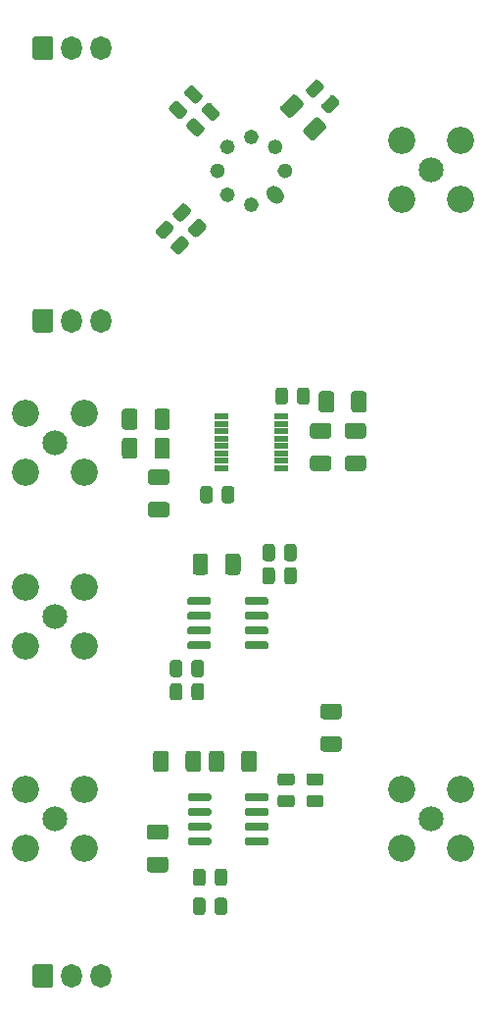
<source format=gts>
%TF.GenerationSoftware,KiCad,Pcbnew,(5.1.6-0-10_14)*%
%TF.CreationDate,2020-08-22T01:25:31+09:00*%
%TF.ProjectId,break,62726561-6b2e-46b6-9963-61645f706362,rev?*%
%TF.SameCoordinates,Original*%
%TF.FileFunction,Soldermask,Top*%
%TF.FilePolarity,Negative*%
%FSLAX46Y46*%
G04 Gerber Fmt 4.6, Leading zero omitted, Abs format (unit mm)*
G04 Created by KiCad (PCBNEW (5.1.6-0-10_14)) date 2020-08-22 01:25:31*
%MOMM*%
%LPD*%
G01*
G04 APERTURE LIST*
%ADD10C,2.350000*%
%ADD11C,2.150000*%
%ADD12R,1.300000X0.500000*%
%ADD13O,1.800000X2.050000*%
G04 APERTURE END LIST*
%TO.C,C1*%
G36*
G01*
X481250Y-141475000D02*
X-481250Y-141475000D01*
G75*
G02*
X-750000Y-141206250I0J268750D01*
G01*
X-750000Y-140668750D01*
G75*
G02*
X-481250Y-140400000I268750J0D01*
G01*
X481250Y-140400000D01*
G75*
G02*
X750000Y-140668750I0J-268750D01*
G01*
X750000Y-141206250D01*
G75*
G02*
X481250Y-141475000I-268750J0D01*
G01*
G37*
G36*
G01*
X481250Y-139600000D02*
X-481250Y-139600000D01*
G75*
G02*
X-750000Y-139331250I0J268750D01*
G01*
X-750000Y-138793750D01*
G75*
G02*
X-481250Y-138525000I268750J0D01*
G01*
X481250Y-138525000D01*
G75*
G02*
X750000Y-138793750I0J-268750D01*
G01*
X750000Y-139331250D01*
G75*
G02*
X481250Y-139600000I-268750J0D01*
G01*
G37*
%TD*%
%TO.C,C2*%
G36*
G01*
X2981250Y-139600000D02*
X2018750Y-139600000D01*
G75*
G02*
X1750000Y-139331250I0J268750D01*
G01*
X1750000Y-138793750D01*
G75*
G02*
X2018750Y-138525000I268750J0D01*
G01*
X2981250Y-138525000D01*
G75*
G02*
X3250000Y-138793750I0J-268750D01*
G01*
X3250000Y-139331250D01*
G75*
G02*
X2981250Y-139600000I-268750J0D01*
G01*
G37*
G36*
G01*
X2981250Y-141475000D02*
X2018750Y-141475000D01*
G75*
G02*
X1750000Y-141206250I0J268750D01*
G01*
X1750000Y-140668750D01*
G75*
G02*
X2018750Y-140400000I268750J0D01*
G01*
X2981250Y-140400000D01*
G75*
G02*
X3250000Y-140668750I0J-268750D01*
G01*
X3250000Y-141206250D01*
G75*
G02*
X2981250Y-141475000I-268750J0D01*
G01*
G37*
%TD*%
%TO.C,C3*%
G36*
G01*
X-6162500Y-147981250D02*
X-6162500Y-147018750D01*
G75*
G02*
X-5893750Y-146750000I268750J0D01*
G01*
X-5356250Y-146750000D01*
G75*
G02*
X-5087500Y-147018750I0J-268750D01*
G01*
X-5087500Y-147981250D01*
G75*
G02*
X-5356250Y-148250000I-268750J0D01*
G01*
X-5893750Y-148250000D01*
G75*
G02*
X-6162500Y-147981250I0J268750D01*
G01*
G37*
G36*
G01*
X-8037500Y-147981250D02*
X-8037500Y-147018750D01*
G75*
G02*
X-7768750Y-146750000I268750J0D01*
G01*
X-7231250Y-146750000D01*
G75*
G02*
X-6962500Y-147018750I0J-268750D01*
G01*
X-6962500Y-147981250D01*
G75*
G02*
X-7231250Y-148250000I-268750J0D01*
G01*
X-7768750Y-148250000D01*
G75*
G02*
X-8037500Y-147981250I0J268750D01*
G01*
G37*
%TD*%
%TO.C,C4*%
G36*
G01*
X-8037500Y-150481250D02*
X-8037500Y-149518750D01*
G75*
G02*
X-7768750Y-149250000I268750J0D01*
G01*
X-7231250Y-149250000D01*
G75*
G02*
X-6962500Y-149518750I0J-268750D01*
G01*
X-6962500Y-150481250D01*
G75*
G02*
X-7231250Y-150750000I-268750J0D01*
G01*
X-7768750Y-150750000D01*
G75*
G02*
X-8037500Y-150481250I0J268750D01*
G01*
G37*
G36*
G01*
X-6162500Y-150481250D02*
X-6162500Y-149518750D01*
G75*
G02*
X-5893750Y-149250000I268750J0D01*
G01*
X-5356250Y-149250000D01*
G75*
G02*
X-5087500Y-149518750I0J-268750D01*
G01*
X-5087500Y-150481250D01*
G75*
G02*
X-5356250Y-150750000I-268750J0D01*
G01*
X-5893750Y-150750000D01*
G75*
G02*
X-6162500Y-150481250I0J268750D01*
G01*
G37*
%TD*%
%TO.C,C5*%
G36*
G01*
X-10037500Y-129981250D02*
X-10037500Y-129018750D01*
G75*
G02*
X-9768750Y-128750000I268750J0D01*
G01*
X-9231250Y-128750000D01*
G75*
G02*
X-8962500Y-129018750I0J-268750D01*
G01*
X-8962500Y-129981250D01*
G75*
G02*
X-9231250Y-130250000I-268750J0D01*
G01*
X-9768750Y-130250000D01*
G75*
G02*
X-10037500Y-129981250I0J268750D01*
G01*
G37*
G36*
G01*
X-8162500Y-129981250D02*
X-8162500Y-129018750D01*
G75*
G02*
X-7893750Y-128750000I268750J0D01*
G01*
X-7356250Y-128750000D01*
G75*
G02*
X-7087500Y-129018750I0J-268750D01*
G01*
X-7087500Y-129981250D01*
G75*
G02*
X-7356250Y-130250000I-268750J0D01*
G01*
X-7893750Y-130250000D01*
G75*
G02*
X-8162500Y-129981250I0J268750D01*
G01*
G37*
%TD*%
%TO.C,C6*%
G36*
G01*
X-10037500Y-131981250D02*
X-10037500Y-131018750D01*
G75*
G02*
X-9768750Y-130750000I268750J0D01*
G01*
X-9231250Y-130750000D01*
G75*
G02*
X-8962500Y-131018750I0J-268750D01*
G01*
X-8962500Y-131981250D01*
G75*
G02*
X-9231250Y-132250000I-268750J0D01*
G01*
X-9768750Y-132250000D01*
G75*
G02*
X-10037500Y-131981250I0J268750D01*
G01*
G37*
G36*
G01*
X-8162500Y-131981250D02*
X-8162500Y-131018750D01*
G75*
G02*
X-7893750Y-130750000I268750J0D01*
G01*
X-7356250Y-130750000D01*
G75*
G02*
X-7087500Y-131018750I0J-268750D01*
G01*
X-7087500Y-131981250D01*
G75*
G02*
X-7356250Y-132250000I-268750J0D01*
G01*
X-7893750Y-132250000D01*
G75*
G02*
X-8162500Y-131981250I0J268750D01*
G01*
G37*
%TD*%
%TO.C,C7*%
G36*
G01*
X-2037500Y-121981250D02*
X-2037500Y-121018750D01*
G75*
G02*
X-1768750Y-120750000I268750J0D01*
G01*
X-1231250Y-120750000D01*
G75*
G02*
X-962500Y-121018750I0J-268750D01*
G01*
X-962500Y-121981250D01*
G75*
G02*
X-1231250Y-122250000I-268750J0D01*
G01*
X-1768750Y-122250000D01*
G75*
G02*
X-2037500Y-121981250I0J268750D01*
G01*
G37*
G36*
G01*
X-162500Y-121981250D02*
X-162500Y-121018750D01*
G75*
G02*
X106250Y-120750000I268750J0D01*
G01*
X643750Y-120750000D01*
G75*
G02*
X912500Y-121018750I0J-268750D01*
G01*
X912500Y-121981250D01*
G75*
G02*
X643750Y-122250000I-268750J0D01*
G01*
X106250Y-122250000D01*
G75*
G02*
X-162500Y-121981250I0J268750D01*
G01*
G37*
%TD*%
%TO.C,C8*%
G36*
G01*
X-162500Y-119981250D02*
X-162500Y-119018750D01*
G75*
G02*
X106250Y-118750000I268750J0D01*
G01*
X643750Y-118750000D01*
G75*
G02*
X912500Y-119018750I0J-268750D01*
G01*
X912500Y-119981250D01*
G75*
G02*
X643750Y-120250000I-268750J0D01*
G01*
X106250Y-120250000D01*
G75*
G02*
X-162500Y-119981250I0J268750D01*
G01*
G37*
G36*
G01*
X-2037500Y-119981250D02*
X-2037500Y-119018750D01*
G75*
G02*
X-1768750Y-118750000I268750J0D01*
G01*
X-1231250Y-118750000D01*
G75*
G02*
X-962500Y-119018750I0J-268750D01*
G01*
X-962500Y-119981250D01*
G75*
G02*
X-1231250Y-120250000I-268750J0D01*
G01*
X-1768750Y-120250000D01*
G75*
G02*
X-2037500Y-119981250I0J268750D01*
G01*
G37*
%TD*%
%TO.C,C9*%
G36*
G01*
X-6953809Y-91539775D02*
X-7634399Y-92220365D01*
G75*
G02*
X-8014469Y-92220365I-190035J190035D01*
G01*
X-8394539Y-91840295D01*
G75*
G02*
X-8394539Y-91460225I190035J190035D01*
G01*
X-7713949Y-90779635D01*
G75*
G02*
X-7333879Y-90779635I190035J-190035D01*
G01*
X-6953809Y-91159705D01*
G75*
G02*
X-6953809Y-91539775I-190035J-190035D01*
G01*
G37*
G36*
G01*
X-8279635Y-90213949D02*
X-8960225Y-90894539D01*
G75*
G02*
X-9340295Y-90894539I-190035J190035D01*
G01*
X-9720365Y-90514469D01*
G75*
G02*
X-9720365Y-90134399I190035J190035D01*
G01*
X-9039775Y-89453809D01*
G75*
G02*
X-8659705Y-89453809I190035J-190035D01*
G01*
X-8279635Y-89833879D01*
G75*
G02*
X-8279635Y-90213949I-190035J-190035D01*
G01*
G37*
%TD*%
%TO.C,C10*%
G36*
G01*
X-9779635Y-91713949D02*
X-10460225Y-92394539D01*
G75*
G02*
X-10840295Y-92394539I-190035J190035D01*
G01*
X-11220365Y-92014469D01*
G75*
G02*
X-11220365Y-91634399I190035J190035D01*
G01*
X-10539775Y-90953809D01*
G75*
G02*
X-10159705Y-90953809I190035J-190035D01*
G01*
X-9779635Y-91333879D01*
G75*
G02*
X-9779635Y-91713949I-190035J-190035D01*
G01*
G37*
G36*
G01*
X-8453809Y-93039775D02*
X-9134399Y-93720365D01*
G75*
G02*
X-9514469Y-93720365I-190035J190035D01*
G01*
X-9894539Y-93340295D01*
G75*
G02*
X-9894539Y-92960225I190035J190035D01*
G01*
X-9213949Y-92279635D01*
G75*
G02*
X-8833879Y-92279635I190035J-190035D01*
G01*
X-8453809Y-92659705D01*
G75*
G02*
X-8453809Y-93039775I-190035J-190035D01*
G01*
G37*
%TD*%
%TO.C,C11*%
G36*
G01*
X-6460225Y-80779635D02*
X-5779635Y-81460225D01*
G75*
G02*
X-5779635Y-81840295I-190035J-190035D01*
G01*
X-6159705Y-82220365D01*
G75*
G02*
X-6539775Y-82220365I-190035J190035D01*
G01*
X-7220365Y-81539775D01*
G75*
G02*
X-7220365Y-81159705I190035J190035D01*
G01*
X-6840295Y-80779635D01*
G75*
G02*
X-6460225Y-80779635I190035J-190035D01*
G01*
G37*
G36*
G01*
X-7786051Y-82105461D02*
X-7105461Y-82786051D01*
G75*
G02*
X-7105461Y-83166121I-190035J-190035D01*
G01*
X-7485531Y-83546191D01*
G75*
G02*
X-7865601Y-83546191I-190035J190035D01*
G01*
X-8546191Y-82865601D01*
G75*
G02*
X-8546191Y-82485531I190035J190035D01*
G01*
X-8166121Y-82105461D01*
G75*
G02*
X-7786051Y-82105461I190035J-190035D01*
G01*
G37*
%TD*%
%TO.C,C12*%
G36*
G01*
X3105461Y-80786051D02*
X3786051Y-80105461D01*
G75*
G02*
X4166121Y-80105461I190035J-190035D01*
G01*
X4546191Y-80485531D01*
G75*
G02*
X4546191Y-80865601I-190035J-190035D01*
G01*
X3865601Y-81546191D01*
G75*
G02*
X3485531Y-81546191I-190035J190035D01*
G01*
X3105461Y-81166121D01*
G75*
G02*
X3105461Y-80786051I190035J190035D01*
G01*
G37*
G36*
G01*
X1779635Y-79460225D02*
X2460225Y-78779635D01*
G75*
G02*
X2840295Y-78779635I190035J-190035D01*
G01*
X3220365Y-79159705D01*
G75*
G02*
X3220365Y-79539775I-190035J-190035D01*
G01*
X2539775Y-80220365D01*
G75*
G02*
X2159705Y-80220365I-190035J190035D01*
G01*
X1779635Y-79840295D01*
G75*
G02*
X1779635Y-79460225I190035J190035D01*
G01*
G37*
%TD*%
%TO.C,C13*%
G36*
G01*
X-9286051Y-80605461D02*
X-8605461Y-81286051D01*
G75*
G02*
X-8605461Y-81666121I-190035J-190035D01*
G01*
X-8985531Y-82046191D01*
G75*
G02*
X-9365601Y-82046191I-190035J190035D01*
G01*
X-10046191Y-81365601D01*
G75*
G02*
X-10046191Y-80985531I190035J190035D01*
G01*
X-9666121Y-80605461D01*
G75*
G02*
X-9286051Y-80605461I190035J-190035D01*
G01*
G37*
G36*
G01*
X-7960225Y-79279635D02*
X-7279635Y-79960225D01*
G75*
G02*
X-7279635Y-80340295I-190035J-190035D01*
G01*
X-7659705Y-80720365D01*
G75*
G02*
X-8039775Y-80720365I-190035J190035D01*
G01*
X-8720365Y-80039775D01*
G75*
G02*
X-8720365Y-79659705I190035J190035D01*
G01*
X-8340295Y-79279635D01*
G75*
G02*
X-7960225Y-79279635I190035J-190035D01*
G01*
G37*
%TD*%
%TO.C,C14*%
G36*
G01*
X-5537500Y-114981250D02*
X-5537500Y-114018750D01*
G75*
G02*
X-5268750Y-113750000I268750J0D01*
G01*
X-4731250Y-113750000D01*
G75*
G02*
X-4462500Y-114018750I0J-268750D01*
G01*
X-4462500Y-114981250D01*
G75*
G02*
X-4731250Y-115250000I-268750J0D01*
G01*
X-5268750Y-115250000D01*
G75*
G02*
X-5537500Y-114981250I0J268750D01*
G01*
G37*
G36*
G01*
X-7412500Y-114981250D02*
X-7412500Y-114018750D01*
G75*
G02*
X-7143750Y-113750000I268750J0D01*
G01*
X-6606250Y-113750000D01*
G75*
G02*
X-6337500Y-114018750I0J-268750D01*
G01*
X-6337500Y-114981250D01*
G75*
G02*
X-6606250Y-115250000I-268750J0D01*
G01*
X-7143750Y-115250000D01*
G75*
G02*
X-7412500Y-114981250I0J268750D01*
G01*
G37*
%TD*%
%TO.C,C15*%
G36*
G01*
X-912500Y-106481250D02*
X-912500Y-105518750D01*
G75*
G02*
X-643750Y-105250000I268750J0D01*
G01*
X-106250Y-105250000D01*
G75*
G02*
X162500Y-105518750I0J-268750D01*
G01*
X162500Y-106481250D01*
G75*
G02*
X-106250Y-106750000I-268750J0D01*
G01*
X-643750Y-106750000D01*
G75*
G02*
X-912500Y-106481250I0J268750D01*
G01*
G37*
G36*
G01*
X962500Y-106481250D02*
X962500Y-105518750D01*
G75*
G02*
X1231250Y-105250000I268750J0D01*
G01*
X1768750Y-105250000D01*
G75*
G02*
X2037500Y-105518750I0J-268750D01*
G01*
X2037500Y-106481250D01*
G75*
G02*
X1768750Y-106750000I-268750J0D01*
G01*
X1231250Y-106750000D01*
G75*
G02*
X962500Y-106481250I0J268750D01*
G01*
G37*
%TD*%
D10*
%TO.C,J1*%
X-22540000Y-145040000D03*
X-22540000Y-139960000D03*
X-17460000Y-139960000D03*
X-17460000Y-145040000D03*
D11*
X-20000000Y-142500000D03*
%TD*%
%TO.C,J2*%
X12500000Y-142500000D03*
D10*
X15040000Y-145040000D03*
X15040000Y-139960000D03*
X9960000Y-139960000D03*
X9960000Y-145040000D03*
%TD*%
D11*
%TO.C,J3*%
X-20000000Y-125000000D03*
D10*
X-17460000Y-127540000D03*
X-17460000Y-122460000D03*
X-22540000Y-122460000D03*
X-22540000Y-127540000D03*
%TD*%
%TO.C,J4*%
X9960000Y-89040000D03*
X9960000Y-83960000D03*
X15040000Y-83960000D03*
X15040000Y-89040000D03*
D11*
X12500000Y-86500000D03*
%TD*%
%TO.C,J5*%
X-20000000Y-110000000D03*
D10*
X-17460000Y-112540000D03*
X-17460000Y-107460000D03*
X-22540000Y-107460000D03*
X-22540000Y-112540000D03*
%TD*%
%TO.C,R1*%
G36*
G01*
X-11755000Y-142925000D02*
X-10445000Y-142925000D01*
G75*
G02*
X-10175000Y-143195000I0J-270000D01*
G01*
X-10175000Y-144005000D01*
G75*
G02*
X-10445000Y-144275000I-270000J0D01*
G01*
X-11755000Y-144275000D01*
G75*
G02*
X-12025000Y-144005000I0J270000D01*
G01*
X-12025000Y-143195000D01*
G75*
G02*
X-11755000Y-142925000I270000J0D01*
G01*
G37*
G36*
G01*
X-11755000Y-145725000D02*
X-10445000Y-145725000D01*
G75*
G02*
X-10175000Y-145995000I0J-270000D01*
G01*
X-10175000Y-146805000D01*
G75*
G02*
X-10445000Y-147075000I-270000J0D01*
G01*
X-11755000Y-147075000D01*
G75*
G02*
X-12025000Y-146805000I0J270000D01*
G01*
X-12025000Y-145995000D01*
G75*
G02*
X-11755000Y-145725000I270000J0D01*
G01*
G37*
%TD*%
%TO.C,R2*%
G36*
G01*
X-5325000Y-136845000D02*
X-5325000Y-138155000D01*
G75*
G02*
X-5595000Y-138425000I-270000J0D01*
G01*
X-6405000Y-138425000D01*
G75*
G02*
X-6675000Y-138155000I0J270000D01*
G01*
X-6675000Y-136845000D01*
G75*
G02*
X-6405000Y-136575000I270000J0D01*
G01*
X-5595000Y-136575000D01*
G75*
G02*
X-5325000Y-136845000I0J-270000D01*
G01*
G37*
G36*
G01*
X-2525000Y-136845000D02*
X-2525000Y-138155000D01*
G75*
G02*
X-2795000Y-138425000I-270000J0D01*
G01*
X-3605000Y-138425000D01*
G75*
G02*
X-3875000Y-138155000I0J270000D01*
G01*
X-3875000Y-136845000D01*
G75*
G02*
X-3605000Y-136575000I270000J0D01*
G01*
X-2795000Y-136575000D01*
G75*
G02*
X-2525000Y-136845000I0J-270000D01*
G01*
G37*
%TD*%
%TO.C,R3*%
G36*
G01*
X-7325000Y-136845000D02*
X-7325000Y-138155000D01*
G75*
G02*
X-7595000Y-138425000I-270000J0D01*
G01*
X-8405000Y-138425000D01*
G75*
G02*
X-8675000Y-138155000I0J270000D01*
G01*
X-8675000Y-136845000D01*
G75*
G02*
X-8405000Y-136575000I270000J0D01*
G01*
X-7595000Y-136575000D01*
G75*
G02*
X-7325000Y-136845000I0J-270000D01*
G01*
G37*
G36*
G01*
X-10125000Y-136845000D02*
X-10125000Y-138155000D01*
G75*
G02*
X-10395000Y-138425000I-270000J0D01*
G01*
X-11205000Y-138425000D01*
G75*
G02*
X-11475000Y-138155000I0J270000D01*
G01*
X-11475000Y-136845000D01*
G75*
G02*
X-11205000Y-136575000I270000J0D01*
G01*
X-10395000Y-136575000D01*
G75*
G02*
X-10125000Y-136845000I0J-270000D01*
G01*
G37*
%TD*%
%TO.C,R4*%
G36*
G01*
X3245000Y-135325000D02*
X4555000Y-135325000D01*
G75*
G02*
X4825000Y-135595000I0J-270000D01*
G01*
X4825000Y-136405000D01*
G75*
G02*
X4555000Y-136675000I-270000J0D01*
G01*
X3245000Y-136675000D01*
G75*
G02*
X2975000Y-136405000I0J270000D01*
G01*
X2975000Y-135595000D01*
G75*
G02*
X3245000Y-135325000I270000J0D01*
G01*
G37*
G36*
G01*
X3245000Y-132525000D02*
X4555000Y-132525000D01*
G75*
G02*
X4825000Y-132795000I0J-270000D01*
G01*
X4825000Y-133605000D01*
G75*
G02*
X4555000Y-133875000I-270000J0D01*
G01*
X3245000Y-133875000D01*
G75*
G02*
X2975000Y-133605000I0J270000D01*
G01*
X2975000Y-132795000D01*
G75*
G02*
X3245000Y-132525000I270000J0D01*
G01*
G37*
%TD*%
%TO.C,R5*%
G36*
G01*
X-5275000Y-121155000D02*
X-5275000Y-119845000D01*
G75*
G02*
X-5005000Y-119575000I270000J0D01*
G01*
X-4195000Y-119575000D01*
G75*
G02*
X-3925000Y-119845000I0J-270000D01*
G01*
X-3925000Y-121155000D01*
G75*
G02*
X-4195000Y-121425000I-270000J0D01*
G01*
X-5005000Y-121425000D01*
G75*
G02*
X-5275000Y-121155000I0J270000D01*
G01*
G37*
G36*
G01*
X-8075000Y-121155000D02*
X-8075000Y-119845000D01*
G75*
G02*
X-7805000Y-119575000I270000J0D01*
G01*
X-6995000Y-119575000D01*
G75*
G02*
X-6725000Y-119845000I0J-270000D01*
G01*
X-6725000Y-121155000D01*
G75*
G02*
X-6995000Y-121425000I-270000J0D01*
G01*
X-7805000Y-121425000D01*
G75*
G02*
X-8075000Y-121155000I0J270000D01*
G01*
G37*
%TD*%
%TO.C,R6*%
G36*
G01*
X-440452Y-80975807D02*
X485858Y-80049497D01*
G75*
G02*
X867696Y-80049497I190919J-190919D01*
G01*
X1440452Y-80622253D01*
G75*
G02*
X1440452Y-81004091I-190919J-190919D01*
G01*
X514142Y-81930401D01*
G75*
G02*
X132304Y-81930401I-190919J190919D01*
G01*
X-440452Y-81357645D01*
G75*
G02*
X-440452Y-80975807I190919J190919D01*
G01*
G37*
G36*
G01*
X1539446Y-82955705D02*
X2465756Y-82029395D01*
G75*
G02*
X2847594Y-82029395I190919J-190919D01*
G01*
X3420350Y-82602151D01*
G75*
G02*
X3420350Y-82983989I-190919J-190919D01*
G01*
X2494040Y-83910299D01*
G75*
G02*
X2112202Y-83910299I-190919J190919D01*
G01*
X1539446Y-83337543D01*
G75*
G02*
X1539446Y-82955705I190919J190919D01*
G01*
G37*
%TD*%
%TO.C,R7*%
G36*
G01*
X6655000Y-112475000D02*
X5345000Y-112475000D01*
G75*
G02*
X5075000Y-112205000I0J270000D01*
G01*
X5075000Y-111395000D01*
G75*
G02*
X5345000Y-111125000I270000J0D01*
G01*
X6655000Y-111125000D01*
G75*
G02*
X6925000Y-111395000I0J-270000D01*
G01*
X6925000Y-112205000D01*
G75*
G02*
X6655000Y-112475000I-270000J0D01*
G01*
G37*
G36*
G01*
X6655000Y-109675000D02*
X5345000Y-109675000D01*
G75*
G02*
X5075000Y-109405000I0J270000D01*
G01*
X5075000Y-108595000D01*
G75*
G02*
X5345000Y-108325000I270000J0D01*
G01*
X6655000Y-108325000D01*
G75*
G02*
X6925000Y-108595000I0J-270000D01*
G01*
X6925000Y-109405000D01*
G75*
G02*
X6655000Y-109675000I-270000J0D01*
G01*
G37*
%TD*%
%TO.C,R8*%
G36*
G01*
X2825000Y-107155000D02*
X2825000Y-105845000D01*
G75*
G02*
X3095000Y-105575000I270000J0D01*
G01*
X3905000Y-105575000D01*
G75*
G02*
X4175000Y-105845000I0J-270000D01*
G01*
X4175000Y-107155000D01*
G75*
G02*
X3905000Y-107425000I-270000J0D01*
G01*
X3095000Y-107425000D01*
G75*
G02*
X2825000Y-107155000I0J270000D01*
G01*
G37*
G36*
G01*
X5625000Y-107155000D02*
X5625000Y-105845000D01*
G75*
G02*
X5895000Y-105575000I270000J0D01*
G01*
X6705000Y-105575000D01*
G75*
G02*
X6975000Y-105845000I0J-270000D01*
G01*
X6975000Y-107155000D01*
G75*
G02*
X6705000Y-107425000I-270000J0D01*
G01*
X5895000Y-107425000D01*
G75*
G02*
X5625000Y-107155000I0J270000D01*
G01*
G37*
%TD*%
%TO.C,R9*%
G36*
G01*
X2345000Y-111125000D02*
X3655000Y-111125000D01*
G75*
G02*
X3925000Y-111395000I0J-270000D01*
G01*
X3925000Y-112205000D01*
G75*
G02*
X3655000Y-112475000I-270000J0D01*
G01*
X2345000Y-112475000D01*
G75*
G02*
X2075000Y-112205000I0J270000D01*
G01*
X2075000Y-111395000D01*
G75*
G02*
X2345000Y-111125000I270000J0D01*
G01*
G37*
G36*
G01*
X2345000Y-108325000D02*
X3655000Y-108325000D01*
G75*
G02*
X3925000Y-108595000I0J-270000D01*
G01*
X3925000Y-109405000D01*
G75*
G02*
X3655000Y-109675000I-270000J0D01*
G01*
X2345000Y-109675000D01*
G75*
G02*
X2075000Y-109405000I0J270000D01*
G01*
X2075000Y-108595000D01*
G75*
G02*
X2345000Y-108325000I270000J0D01*
G01*
G37*
%TD*%
%TO.C,R10*%
G36*
G01*
X-11375000Y-111155000D02*
X-11375000Y-109845000D01*
G75*
G02*
X-11105000Y-109575000I270000J0D01*
G01*
X-10295000Y-109575000D01*
G75*
G02*
X-10025000Y-109845000I0J-270000D01*
G01*
X-10025000Y-111155000D01*
G75*
G02*
X-10295000Y-111425000I-270000J0D01*
G01*
X-11105000Y-111425000D01*
G75*
G02*
X-11375000Y-111155000I0J270000D01*
G01*
G37*
G36*
G01*
X-14175000Y-111155000D02*
X-14175000Y-109845000D01*
G75*
G02*
X-13905000Y-109575000I270000J0D01*
G01*
X-13095000Y-109575000D01*
G75*
G02*
X-12825000Y-109845000I0J-270000D01*
G01*
X-12825000Y-111155000D01*
G75*
G02*
X-13095000Y-111425000I-270000J0D01*
G01*
X-13905000Y-111425000D01*
G75*
G02*
X-14175000Y-111155000I0J270000D01*
G01*
G37*
%TD*%
%TO.C,R11*%
G36*
G01*
X-10345000Y-113675000D02*
X-11655000Y-113675000D01*
G75*
G02*
X-11925000Y-113405000I0J270000D01*
G01*
X-11925000Y-112595000D01*
G75*
G02*
X-11655000Y-112325000I270000J0D01*
G01*
X-10345000Y-112325000D01*
G75*
G02*
X-10075000Y-112595000I0J-270000D01*
G01*
X-10075000Y-113405000D01*
G75*
G02*
X-10345000Y-113675000I-270000J0D01*
G01*
G37*
G36*
G01*
X-10345000Y-116475000D02*
X-11655000Y-116475000D01*
G75*
G02*
X-11925000Y-116205000I0J270000D01*
G01*
X-11925000Y-115395000D01*
G75*
G02*
X-11655000Y-115125000I270000J0D01*
G01*
X-10345000Y-115125000D01*
G75*
G02*
X-10075000Y-115395000I0J-270000D01*
G01*
X-10075000Y-116205000D01*
G75*
G02*
X-10345000Y-116475000I-270000J0D01*
G01*
G37*
%TD*%
%TO.C,R12*%
G36*
G01*
X-14175000Y-108655000D02*
X-14175000Y-107345000D01*
G75*
G02*
X-13905000Y-107075000I270000J0D01*
G01*
X-13095000Y-107075000D01*
G75*
G02*
X-12825000Y-107345000I0J-270000D01*
G01*
X-12825000Y-108655000D01*
G75*
G02*
X-13095000Y-108925000I-270000J0D01*
G01*
X-13905000Y-108925000D01*
G75*
G02*
X-14175000Y-108655000I0J270000D01*
G01*
G37*
G36*
G01*
X-11375000Y-108655000D02*
X-11375000Y-107345000D01*
G75*
G02*
X-11105000Y-107075000I270000J0D01*
G01*
X-10295000Y-107075000D01*
G75*
G02*
X-10025000Y-107345000I0J-270000D01*
G01*
X-10025000Y-108655000D01*
G75*
G02*
X-10295000Y-108925000I-270000J0D01*
G01*
X-11105000Y-108925000D01*
G75*
G02*
X-11375000Y-108655000I0J270000D01*
G01*
G37*
%TD*%
%TO.C,U1*%
G36*
G01*
X-3550000Y-140770000D02*
X-3550000Y-140420000D01*
G75*
G02*
X-3375000Y-140245000I175000J0D01*
G01*
X-1675000Y-140245000D01*
G75*
G02*
X-1500000Y-140420000I0J-175000D01*
G01*
X-1500000Y-140770000D01*
G75*
G02*
X-1675000Y-140945000I-175000J0D01*
G01*
X-3375000Y-140945000D01*
G75*
G02*
X-3550000Y-140770000I0J175000D01*
G01*
G37*
G36*
G01*
X-3550000Y-142040000D02*
X-3550000Y-141690000D01*
G75*
G02*
X-3375000Y-141515000I175000J0D01*
G01*
X-1675000Y-141515000D01*
G75*
G02*
X-1500000Y-141690000I0J-175000D01*
G01*
X-1500000Y-142040000D01*
G75*
G02*
X-1675000Y-142215000I-175000J0D01*
G01*
X-3375000Y-142215000D01*
G75*
G02*
X-3550000Y-142040000I0J175000D01*
G01*
G37*
G36*
G01*
X-3550000Y-143310000D02*
X-3550000Y-142960000D01*
G75*
G02*
X-3375000Y-142785000I175000J0D01*
G01*
X-1675000Y-142785000D01*
G75*
G02*
X-1500000Y-142960000I0J-175000D01*
G01*
X-1500000Y-143310000D01*
G75*
G02*
X-1675000Y-143485000I-175000J0D01*
G01*
X-3375000Y-143485000D01*
G75*
G02*
X-3550000Y-143310000I0J175000D01*
G01*
G37*
G36*
G01*
X-3550000Y-144580000D02*
X-3550000Y-144230000D01*
G75*
G02*
X-3375000Y-144055000I175000J0D01*
G01*
X-1675000Y-144055000D01*
G75*
G02*
X-1500000Y-144230000I0J-175000D01*
G01*
X-1500000Y-144580000D01*
G75*
G02*
X-1675000Y-144755000I-175000J0D01*
G01*
X-3375000Y-144755000D01*
G75*
G02*
X-3550000Y-144580000I0J175000D01*
G01*
G37*
G36*
G01*
X-8500000Y-144580000D02*
X-8500000Y-144230000D01*
G75*
G02*
X-8325000Y-144055000I175000J0D01*
G01*
X-6625000Y-144055000D01*
G75*
G02*
X-6450000Y-144230000I0J-175000D01*
G01*
X-6450000Y-144580000D01*
G75*
G02*
X-6625000Y-144755000I-175000J0D01*
G01*
X-8325000Y-144755000D01*
G75*
G02*
X-8500000Y-144580000I0J175000D01*
G01*
G37*
G36*
G01*
X-8500000Y-143310000D02*
X-8500000Y-142960000D01*
G75*
G02*
X-8325000Y-142785000I175000J0D01*
G01*
X-6625000Y-142785000D01*
G75*
G02*
X-6450000Y-142960000I0J-175000D01*
G01*
X-6450000Y-143310000D01*
G75*
G02*
X-6625000Y-143485000I-175000J0D01*
G01*
X-8325000Y-143485000D01*
G75*
G02*
X-8500000Y-143310000I0J175000D01*
G01*
G37*
G36*
G01*
X-8500000Y-142040000D02*
X-8500000Y-141690000D01*
G75*
G02*
X-8325000Y-141515000I175000J0D01*
G01*
X-6625000Y-141515000D01*
G75*
G02*
X-6450000Y-141690000I0J-175000D01*
G01*
X-6450000Y-142040000D01*
G75*
G02*
X-6625000Y-142215000I-175000J0D01*
G01*
X-8325000Y-142215000D01*
G75*
G02*
X-8500000Y-142040000I0J175000D01*
G01*
G37*
G36*
G01*
X-8500000Y-140770000D02*
X-8500000Y-140420000D01*
G75*
G02*
X-8325000Y-140245000I175000J0D01*
G01*
X-6625000Y-140245000D01*
G75*
G02*
X-6450000Y-140420000I0J-175000D01*
G01*
X-6450000Y-140770000D01*
G75*
G02*
X-6625000Y-140945000I-175000J0D01*
G01*
X-8325000Y-140945000D01*
G75*
G02*
X-8500000Y-140770000I0J175000D01*
G01*
G37*
%TD*%
%TO.C,U2*%
G36*
G01*
X-1525000Y-127325000D02*
X-1525000Y-127675000D01*
G75*
G02*
X-1700000Y-127850000I-175000J0D01*
G01*
X-3400000Y-127850000D01*
G75*
G02*
X-3575000Y-127675000I0J175000D01*
G01*
X-3575000Y-127325000D01*
G75*
G02*
X-3400000Y-127150000I175000J0D01*
G01*
X-1700000Y-127150000D01*
G75*
G02*
X-1525000Y-127325000I0J-175000D01*
G01*
G37*
G36*
G01*
X-1525000Y-126055000D02*
X-1525000Y-126405000D01*
G75*
G02*
X-1700000Y-126580000I-175000J0D01*
G01*
X-3400000Y-126580000D01*
G75*
G02*
X-3575000Y-126405000I0J175000D01*
G01*
X-3575000Y-126055000D01*
G75*
G02*
X-3400000Y-125880000I175000J0D01*
G01*
X-1700000Y-125880000D01*
G75*
G02*
X-1525000Y-126055000I0J-175000D01*
G01*
G37*
G36*
G01*
X-1525000Y-124785000D02*
X-1525000Y-125135000D01*
G75*
G02*
X-1700000Y-125310000I-175000J0D01*
G01*
X-3400000Y-125310000D01*
G75*
G02*
X-3575000Y-125135000I0J175000D01*
G01*
X-3575000Y-124785000D01*
G75*
G02*
X-3400000Y-124610000I175000J0D01*
G01*
X-1700000Y-124610000D01*
G75*
G02*
X-1525000Y-124785000I0J-175000D01*
G01*
G37*
G36*
G01*
X-1525000Y-123515000D02*
X-1525000Y-123865000D01*
G75*
G02*
X-1700000Y-124040000I-175000J0D01*
G01*
X-3400000Y-124040000D01*
G75*
G02*
X-3575000Y-123865000I0J175000D01*
G01*
X-3575000Y-123515000D01*
G75*
G02*
X-3400000Y-123340000I175000J0D01*
G01*
X-1700000Y-123340000D01*
G75*
G02*
X-1525000Y-123515000I0J-175000D01*
G01*
G37*
G36*
G01*
X-6475000Y-123515000D02*
X-6475000Y-123865000D01*
G75*
G02*
X-6650000Y-124040000I-175000J0D01*
G01*
X-8350000Y-124040000D01*
G75*
G02*
X-8525000Y-123865000I0J175000D01*
G01*
X-8525000Y-123515000D01*
G75*
G02*
X-8350000Y-123340000I175000J0D01*
G01*
X-6650000Y-123340000D01*
G75*
G02*
X-6475000Y-123515000I0J-175000D01*
G01*
G37*
G36*
G01*
X-6475000Y-124785000D02*
X-6475000Y-125135000D01*
G75*
G02*
X-6650000Y-125310000I-175000J0D01*
G01*
X-8350000Y-125310000D01*
G75*
G02*
X-8525000Y-125135000I0J175000D01*
G01*
X-8525000Y-124785000D01*
G75*
G02*
X-8350000Y-124610000I175000J0D01*
G01*
X-6650000Y-124610000D01*
G75*
G02*
X-6475000Y-124785000I0J-175000D01*
G01*
G37*
G36*
G01*
X-6475000Y-126055000D02*
X-6475000Y-126405000D01*
G75*
G02*
X-6650000Y-126580000I-175000J0D01*
G01*
X-8350000Y-126580000D01*
G75*
G02*
X-8525000Y-126405000I0J175000D01*
G01*
X-8525000Y-126055000D01*
G75*
G02*
X-8350000Y-125880000I175000J0D01*
G01*
X-6650000Y-125880000D01*
G75*
G02*
X-6475000Y-126055000I0J-175000D01*
G01*
G37*
G36*
G01*
X-6475000Y-127325000D02*
X-6475000Y-127675000D01*
G75*
G02*
X-6650000Y-127850000I-175000J0D01*
G01*
X-8350000Y-127850000D01*
G75*
G02*
X-8525000Y-127675000I0J175000D01*
G01*
X-8525000Y-127325000D01*
G75*
G02*
X-8350000Y-127150000I175000J0D01*
G01*
X-6650000Y-127150000D01*
G75*
G02*
X-6475000Y-127325000I0J-175000D01*
G01*
G37*
%TD*%
%TO.C,U3*%
G36*
G01*
X-334207Y-89245793D02*
X-334208Y-89245792D01*
G75*
G02*
X-1253446Y-89245792I-459619J459619D01*
G01*
X-1536288Y-88962950D01*
G75*
G02*
X-1536288Y-88043712I459619J459619D01*
G01*
X-1536288Y-88043712D01*
G75*
G02*
X-617050Y-88043712I459619J-459619D01*
G01*
X-334208Y-88326554D01*
G75*
G02*
X-334208Y-89245792I-459619J-459619D01*
G01*
G37*
G36*
G01*
X379619Y-87039619D02*
X379619Y-87039619D01*
G75*
G02*
X-539619Y-87039619I-459619J459619D01*
G01*
X-539619Y-87039619D01*
G75*
G02*
X-539619Y-86120381I459619J459619D01*
G01*
X-539619Y-86120381D01*
G75*
G02*
X379619Y-86120381I459619J-459619D01*
G01*
X379619Y-86120381D01*
G75*
G02*
X379619Y-87039619I-459619J-459619D01*
G01*
G37*
G36*
G01*
X-475629Y-84974867D02*
X-475629Y-84974867D01*
G75*
G02*
X-1394867Y-84974867I-459619J459619D01*
G01*
X-1394867Y-84974867D01*
G75*
G02*
X-1394867Y-84055629I459619J459619D01*
G01*
X-1394867Y-84055629D01*
G75*
G02*
X-475629Y-84055629I459619J-459619D01*
G01*
X-475629Y-84055629D01*
G75*
G02*
X-475629Y-84974867I-459619J-459619D01*
G01*
G37*
G36*
G01*
X-2540381Y-84119619D02*
X-2540381Y-84119619D01*
G75*
G02*
X-3459619Y-84119619I-459619J459619D01*
G01*
X-3459619Y-84119619D01*
G75*
G02*
X-3459619Y-83200381I459619J459619D01*
G01*
X-3459619Y-83200381D01*
G75*
G02*
X-2540381Y-83200381I459619J-459619D01*
G01*
X-2540381Y-83200381D01*
G75*
G02*
X-2540381Y-84119619I-459619J-459619D01*
G01*
G37*
G36*
G01*
X-4605133Y-84974867D02*
X-4605133Y-84974867D01*
G75*
G02*
X-5524371Y-84974867I-459619J459619D01*
G01*
X-5524371Y-84974867D01*
G75*
G02*
X-5524371Y-84055629I459619J459619D01*
G01*
X-5524371Y-84055629D01*
G75*
G02*
X-4605133Y-84055629I459619J-459619D01*
G01*
X-4605133Y-84055629D01*
G75*
G02*
X-4605133Y-84974867I-459619J-459619D01*
G01*
G37*
G36*
G01*
X-5460381Y-87039619D02*
X-5460381Y-87039619D01*
G75*
G02*
X-6379619Y-87039619I-459619J459619D01*
G01*
X-6379619Y-87039619D01*
G75*
G02*
X-6379619Y-86120381I459619J459619D01*
G01*
X-6379619Y-86120381D01*
G75*
G02*
X-5460381Y-86120381I459619J-459619D01*
G01*
X-5460381Y-86120381D01*
G75*
G02*
X-5460381Y-87039619I-459619J-459619D01*
G01*
G37*
G36*
G01*
X-4605133Y-89104371D02*
X-4605133Y-89104371D01*
G75*
G02*
X-5524371Y-89104371I-459619J459619D01*
G01*
X-5524371Y-89104371D01*
G75*
G02*
X-5524371Y-88185133I459619J459619D01*
G01*
X-5524371Y-88185133D01*
G75*
G02*
X-4605133Y-88185133I459619J-459619D01*
G01*
X-4605133Y-88185133D01*
G75*
G02*
X-4605133Y-89104371I-459619J-459619D01*
G01*
G37*
G36*
G01*
X-2540381Y-89959619D02*
X-2540381Y-89959619D01*
G75*
G02*
X-3459619Y-89959619I-459619J459619D01*
G01*
X-3459619Y-89959619D01*
G75*
G02*
X-3459619Y-89040381I459619J459619D01*
G01*
X-3459619Y-89040381D01*
G75*
G02*
X-2540381Y-89040381I459619J-459619D01*
G01*
X-2540381Y-89040381D01*
G75*
G02*
X-2540381Y-89959619I-459619J-459619D01*
G01*
G37*
%TD*%
D12*
%TO.C,U4*%
X-400000Y-112222500D03*
X-400000Y-111587500D03*
X-400000Y-110952500D03*
X-400000Y-110317500D03*
X-400000Y-109682500D03*
X-400000Y-109047500D03*
X-400000Y-108412500D03*
X-400000Y-107777500D03*
X-5600000Y-107777500D03*
X-5600000Y-108412500D03*
X-5600000Y-109047500D03*
X-5600000Y-109682500D03*
X-5600000Y-110317500D03*
X-5600000Y-110952500D03*
X-5600000Y-111587500D03*
X-5600000Y-112222500D03*
%TD*%
D13*
%TO.C,J6*%
X-16000000Y-156000000D03*
X-18500000Y-156000000D03*
G36*
G01*
X-21900000Y-156760294D02*
X-21900000Y-155239706D01*
G75*
G02*
X-21635294Y-154975000I264706J0D01*
G01*
X-20364706Y-154975000D01*
G75*
G02*
X-20100000Y-155239706I0J-264706D01*
G01*
X-20100000Y-156760294D01*
G75*
G02*
X-20364706Y-157025000I-264706J0D01*
G01*
X-21635294Y-157025000D01*
G75*
G02*
X-21900000Y-156760294I0J264706D01*
G01*
G37*
%TD*%
%TO.C,J8*%
G36*
G01*
X-21900000Y-100260294D02*
X-21900000Y-98739706D01*
G75*
G02*
X-21635294Y-98475000I264706J0D01*
G01*
X-20364706Y-98475000D01*
G75*
G02*
X-20100000Y-98739706I0J-264706D01*
G01*
X-20100000Y-100260294D01*
G75*
G02*
X-20364706Y-100525000I-264706J0D01*
G01*
X-21635294Y-100525000D01*
G75*
G02*
X-21900000Y-100260294I0J264706D01*
G01*
G37*
X-18500000Y-99500000D03*
X-16000000Y-99500000D03*
%TD*%
%TO.C,J7*%
G36*
G01*
X-21900000Y-76760294D02*
X-21900000Y-75239706D01*
G75*
G02*
X-21635294Y-74975000I264706J0D01*
G01*
X-20364706Y-74975000D01*
G75*
G02*
X-20100000Y-75239706I0J-264706D01*
G01*
X-20100000Y-76760294D01*
G75*
G02*
X-20364706Y-77025000I-264706J0D01*
G01*
X-21635294Y-77025000D01*
G75*
G02*
X-21900000Y-76760294I0J264706D01*
G01*
G37*
X-18500000Y-76000000D03*
X-16000000Y-76000000D03*
%TD*%
M02*

</source>
